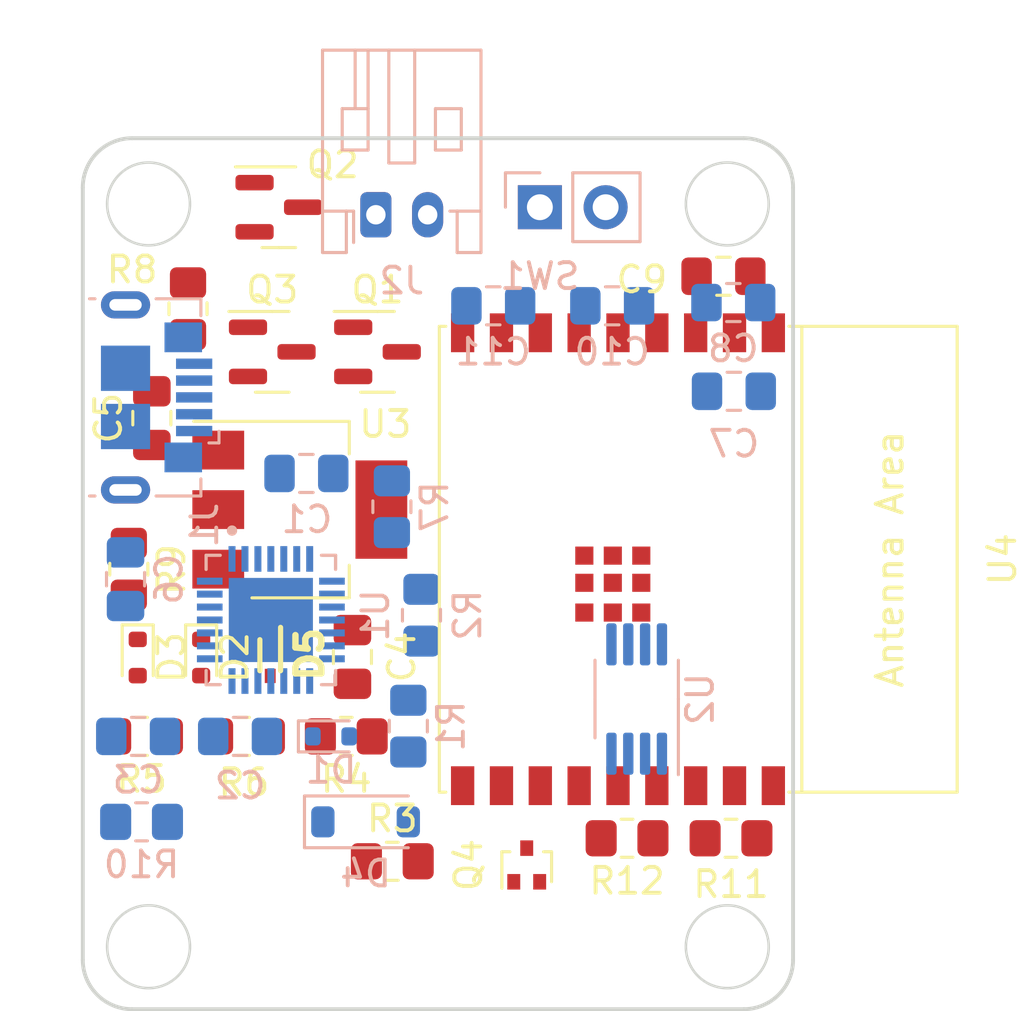
<source format=kicad_pcb>
(kicad_pcb (version 20221018) (generator pcbnew)
  (layers (0 "F.Cu" signal) (31 "B.Cu" signal) (34 "B.Paste" user) (35 "F.Paste" user) (36 "B.SilkS" user "B.Silkscreen") (37 "F.SilkS" user "F.Silkscreen") (38 "B.Mask" user) (39 "F.Mask" user) (44 "Edge.Cuts" user))
  (net 0 "")
  (net 1 "Net-(D1-A)")
  (net 2 "GND")
  (net 3 "Net-(U1-GPIO.1{slash}RXT)")
  (net 4 "Net-(U1-GPIO.0{slash}TXT)")
  (net 5 "VReg_In")
  (net 6 "Net-(U1-VDD)")
  (net 7 "+3V3")
  (net 8 "Net-(Q3-C)")
  (net 9 "Net-(D2-A)")
  (net 10 "Net-(D3-A)")
  (net 11 "+5V")
  (net 14 "VBatt")
  (net 15 "TempIC_Power")
  (net 16 "Net-(Q1-S)")
  (net 17 "Net-(Q2-B)")
  (net 18 "Net-(Q2-E)")
  (net 19 "Net-(Q2-C)")
  (net 20 "Net-(Q3-B)")
  (net 21 "Net-(Q3-E)")
  (net 22 "Net-(U1-~{RST})")
  (net 23 "Net-(U4-GPIO18{slash}USB_D-)")
  (net 24 "Net-(U4-GPIO19{slash}USB_D+)")
  (net 25 "Net-(U1-~{SUSPEND})")
  (net 26 "Net-(U4-GPIO8)")
  (net 45 "SDA")
  (net 46 "SCL")
  (footprint "Package_TO_SOT_SMD:SOT-23" (layer "F.Cu") (at 173.5605 65.405)
    (fp_text reference "Q3" (at 0 -2.4) (layer "F.SilkS"))
    (fp_text value "BC818")
    (fp_line (start 0 -1.56) (end -1.675 -1.56) (stroke (width 0.12)) (layer "F.SilkS"))
    (fp_line (start 0 -1.56) (end 0.65 -1.56) (stroke (width 0.12)) (layer "F.SilkS"))
    (fp_line (start 0 1.56) (end -0.65 1.56) (stroke (width 0.12)) (layer "F.SilkS"))
    (fp_line (start 0 1.56) (end 0.65 1.56) (stroke (width 0.12)) (layer "F.SilkS"))
    (pad "1" smd roundrect (at -0.9375 -0.95) (size 1.475 0.6) (layers "F.Cu" "F.Paste" "F.Mask") (net 20 "Net-(Q3-B)"))
    (pad "2" smd roundrect (at -0.9375 0.95) (size 1.475 0.6) (layers "F.Cu" "F.Paste" "F.Mask") (net 21 "Net-(Q3-E)"))
    (pad "3" smd roundrect (at 0.9375 0) (size 1.475 0.6) (layers "F.Cu" "F.Paste" "F.Mask") (net 8 "Net-(Q3-C)"))
  )
  (footprint "Resistor_SMD:R_0805_2012Metric_Pad1.20x1.40mm_HandSolder" (layer "F.Cu") (at 168.513 80.264 180)
    (fp_text reference "R5" (at 0 -1.65) (layer "F.SilkS"))
    (fp_text value "0")
    (fp_line (start -0.227064 -0.735) (end 0.227064 -0.735) (stroke (width 0.12)) (layer "F.SilkS"))
    (fp_line (start -0.227064 0.735) (end 0.227064 0.735) (stroke (width 0.12)) (layer "F.SilkS"))
    (pad "1" smd roundrect (at -1 0 180) (size 1.2 1.4) (layers "F.Cu" "F.Paste" "F.Mask") (roundrect_rratio 0.208333) (net 9 "Net-(D2-A)"))
    (pad "2" smd roundrect (at 1 0 180) (size 1.2 1.4) (layers "F.Cu" "F.Paste" "F.Mask") (roundrect_rratio 0.208333) (net 4 "Net-(U1-GPIO.0{slash}TXT)"))
  )
  (footprint "Resistor_SMD:R_0805_2012Metric_Pad1.20x1.40mm_HandSolder" (layer "F.Cu") (at 170.307 63.738 -90)
    (fp_text reference "R8" (at -1.508 2.159 -180) (layer "F.SilkS"))
    (fp_text value "10k")
    (fp_line (start -0.227064 -0.735) (end 0.227064 -0.735) (stroke (width 0.12)) (layer "F.SilkS"))
    (fp_line (start -0.227064 0.735) (end 0.227064 0.735) (stroke (width 0.12)) (layer "F.SilkS"))
    (pad "1" smd roundrect (at -1 0 270) (size 1.2 1.4) (layers "F.Cu" "F.Paste" "F.Mask") (roundrect_rratio 0.208333) (net 17 "Net-(Q2-B)"))
    (pad "2" smd roundrect (at 1 0 270) (size 1.2 1.4) (layers "F.Cu" "F.Paste" "F.Mask") (roundrect_rratio 0.208333) (net 21 "Net-(Q3-E)"))
  )
  (footprint "Capacitor_SMD:C_0805_2012Metric_Pad1.18x1.45mm_HandSolder" (layer "F.Cu") (at 190.9865 62.484 180)
    (fp_text reference "C9" (at 3.1535 -0.127) (layer "F.SilkS"))
    (fp_text value "1 uF")
    (fp_line (start -0.261252 -0.735) (end 0.261252 -0.735) (stroke (width 0.12)) (layer "F.SilkS"))
    (fp_line (start -0.261252 0.735) (end 0.261252 0.735) (stroke (width 0.12)) (layer "F.SilkS"))
    (pad "1" smd roundrect (at -1.0375 0 180) (size 1.175 1.45) (layers "F.Cu" "F.Paste" "F.Mask") (roundrect_rratio 0.212766) (net 8 "Net-(Q3-C)"))
    (pad "2" smd roundrect (at 1.0375 0 180) (size 1.175 1.45) (layers "F.Cu" "F.Paste" "F.Mask") (roundrect_rratio 0.212766) (net 2 "GND"))
  )
  (footprint "Resistor_SMD:R_0805_2012Metric_Pad1.20x1.40mm_HandSolder" (layer "F.Cu") (at 187.263 84.201 180)
    (fp_text reference "R12" (at 0 -1.65) (layer "F.SilkS"))
    (fp_text value "10k")
    (fp_line (start -0.227064 -0.735) (end 0.227064 -0.735) (stroke (width 0.12)) (layer "F.SilkS"))
    (fp_line (start -0.227064 0.735) (end 0.227064 0.735) (stroke (width 0.12)) (layer "F.SilkS"))
    (pad "1" smd roundrect (at -1 0 180) (size 1.2 1.4) (layers "F.Cu" "F.Paste" "F.Mask") (roundrect_rratio 0.208333) (net 26 "Net-(U4-GPIO8)"))
    (pad "2" smd roundrect (at 1 0 180) (size 1.2 1.4) (layers "F.Cu" "F.Paste" "F.Mask") (roundrect_rratio 0.208333) (net 7 "+3V3"))
  )
  (footprint "Package_TO_SOT_SMD:SOT-416" (layer "F.Cu") (at 183.388 85.232 90)
    (fp_text reference "Q4" (at 0 -2.25 90) (layer "F.SilkS"))
    (fp_text value "NTA4151PT1G")
    (fp_line (start 0.51 -0.96) (end -0.9 -0.96) (stroke (width 0.12)) (layer "F.SilkS"))
    (fp_line (start 0.51 -0.96) (end 0.51 -0.65) (stroke (width 0.12)) (layer "F.SilkS"))
    (fp_line (start 0.51 0.96) (end -0.65 0.96) (stroke (width 0.12)) (layer "F.SilkS"))
    (fp_line (start 0.51 0.96) (end 0.51 0.65) (stroke (width 0.12)) (layer "F.SilkS"))
    (pad "1" smd rect (at -0.65 -0.5 90) (size 0.6 0.5) (layers "F.Cu" "F.Paste" "F.Mask") (net 11 "+5V"))
    (pad "2" smd rect (at -0.65 0.5 90) (size 0.6 0.5) (layers "F.Cu" "F.Paste" "F.Mask") (net 5 "VReg_In"))
    (pad "3" smd rect (at 0.65 0 90) (size 0.6 0.5) (layers "F.Cu" "F.Paste" "F.Mask") (net 14 "VBatt"))
  )
  (footprint "Resistor_SMD:R_0805_2012Metric_Pad1.20x1.40mm_HandSolder" (layer "F.Cu") (at 176.419 80.264 180)
    (fp_text reference "R4" (at 0 -1.65) (layer "F.SilkS"))
    (fp_text value "0")
    (fp_line (start -0.227064 -0.735) (end 0.227064 -0.735) (stroke (width 0.12)) (layer "F.SilkS"))
    (fp_line (start -0.227064 0.735) (end 0.227064 0.735) (stroke (width 0.12)) (layer "F.SilkS"))
    (pad "1" smd roundrect (at -1 0 180) (size 1.2 1.4) (layers "F.Cu" "F.Paste" "F.Mask") (roundrect_rratio 0.208333) (net 10 "Net-(D3-A)"))
    (pad "2" smd roundrect (at 1 0 180) (size 1.2 1.4) (layers "F.Cu" "F.Paste" "F.Mask") (roundrect_rratio 0.208333) (net 3 "Net-(U1-GPIO.1{slash}RXT)"))
  )
  (footprint "Resistor_SMD:R_0805_2012Metric_Pad1.20x1.40mm_HandSolder" (layer "F.Cu") (at 191.278 84.201)
    (fp_text reference "R11" (at 0 1.778) (layer "F.SilkS"))
    (fp_text value "10k")
    (fp_line (start -0.227064 -0.735) (end 0.227064 -0.735) (stroke (width 0.12)) (layer "F.SilkS"))
    (fp_line (start -0.227064 0.735) (end 0.227064 0.735) (stroke (width 0.12)) (layer "F.SilkS"))
    (pad "1" smd roundrect (at -1 0) (size 1.2 1.4) (layers "F.Cu" "F.Paste" "F.Mask") (roundrect_rratio 0.208333) (net 7 "+3V3"))
    (pad "2" smd roundrect (at 1 0) (size 1.2 1.4) (layers "F.Cu" "F.Paste" "F.Mask") (roundrect_rratio 0.208333) (net 8 "Net-(Q3-C)"))
  )
  (footprint "Resistor_SMD:R_0805_2012Metric_Pad1.20x1.40mm_HandSolder" (layer "F.Cu") (at 168.021 73.803 90)
    (fp_text reference "R9" (at -0.016 1.651 90) (layer "F.SilkS"))
    (fp_text value "10k")
    (fp_line (start -0.227064 -0.735) (end 0.227064 -0.735) (stroke (width 0.12)) (layer "F.SilkS"))
    (fp_line (start -0.227064 0.735) (end 0.227064 0.735) (stroke (width 0.12)) (layer "F.SilkS"))
    (pad "1" smd roundrect (at -1 0 90) (size 1.2 1.4) (layers "F.Cu" "F.Paste" "F.Mask") (roundrect_rratio 0.208333) (net 18 "Net-(Q2-E)"))
    (pad "2" smd roundrect (at 1 0 90) (size 1.2 1.4) (layers "F.Cu" "F.Paste" "F.Mask") (roundrect_rratio 0.208333) (net 20 "Net-(Q3-B)"))
  )
  (footprint "Package_TO_SOT_SMD:SOT-23" (layer "F.Cu") (at 177.6245 65.405)
    (fp_text reference "Q1" (at 0 -2.4) (layer "F.SilkS"))
    (fp_text value "BS170F")
    (fp_line (start 0 -1.56) (end -1.675 -1.56) (stroke (width 0.12)) (layer "F.SilkS"))
    (fp_line (start 0 -1.56) (end 0.65 -1.56) (stroke (width 0.12)) (layer "F.SilkS"))
    (fp_line (start 0 1.56) (end -0.65 1.56) (stroke (width 0.12)) (layer "F.SilkS"))
    (fp_line (start 0 1.56) (end 0.65 1.56) (stroke (width 0.12)) (layer "F.SilkS"))
    (pad "1" smd roundrect (at -0.9375 -0.95) (size 1.475 0.6) (layers "F.Cu" "F.Paste" "F.Mask") (net 15 "TempIC_Power"))
    (pad "2" smd roundrect (at -0.9375 0.95) (size 1.475 0.6) (layers "F.Cu" "F.Paste" "F.Mask") (net 16 "Net-(Q1-S)"))
    (pad "3" smd roundrect (at 0.9375 0) (size 1.475 0.6) (layers "F.Cu" "F.Paste" "F.Mask") (net 7 "+3V3"))
  )
  (footprint "Diode_SMD:D_SOD-523" (layer "F.Cu") (at 170.815 77.216 -90)
    (fp_text reference "D2" (at 0 -1.3 90) (layer "F.SilkS"))
    (fp_text value "1N914WT")
    (fp_line (start -1.26 -0.6) (end -1.26 0.6) (stroke (width 0.12)) (layer "F.SilkS"))
    (fp_line (start 0.7 -0.6) (end -1.26 -0.6) (stroke (width 0.12)) (layer "F.SilkS"))
    (fp_line (start 0.7 0.6) (end -1.26 0.6) (stroke (width 0.12)) (layer "F.SilkS"))
    (pad "1" smd roundrect (at -0.7 0 90) (size 0.6 0.7) (layers "F.Cu" "F.Paste" "F.Mask") (net 2 "GND"))
    (pad "2" smd roundrect (at 0.7 0 90) (size 0.6 0.7) (layers "F.Cu" "F.Paste" "F.Mask") (net 9 "Net-(D2-A)"))
  )
  (footprint "Resistor_SMD:R_0805_2012Metric_Pad1.20x1.40mm_HandSolder" (layer "F.Cu") (at 172.45 80.264)
    (fp_text reference "R6" (at 0.016 1.778) (layer "F.SilkS"))
    (fp_text value "0")
    (fp_line (start -0.227064 -0.735) (end 0.227064 -0.735) (stroke (width 0.12)) (layer "F.SilkS"))
    (fp_line (start -0.227064 0.735) (end 0.227064 0.735) (stroke (width 0.12)) (layer "F.SilkS"))
    (pad "1" smd roundrect (at -1 0) (size 1.2 1.4) (layers "F.Cu" "F.Paste" "F.Mask") (roundrect_rratio 0.208333) (net 9 "Net-(D2-A)"))
    (pad "2" smd roundrect (at 1 0) (size 1.2 1.4) (layers "F.Cu" "F.Paste" "F.Mask") (roundrect_rratio 0.208333) (net 24 "Net-(U4-GPIO19{slash}USB_D+)"))
  )
  (footprint "Capacitor_SMD:C_0805_2012Metric_Pad1.18x1.45mm_HandSolder" (layer "F.Cu") (at 176.657 77.1945 90)
    (fp_text reference "C4" (at 0 1.905 90) (layer "F.SilkS"))
    (fp_text value "10 uF")
    (fp_line (start -0.261252 -0.735) (end 0.261252 -0.735) (stroke (width 0.12)) (layer "F.SilkS"))
    (fp_line (start -0.261252 0.735) (end 0.261252 0.735) (stroke (width 0.12)) (layer "F.SilkS"))
    (pad "1" smd roundrect (at -1.0375 0 90) (size 1.175 1.45) (layers "F.Cu" "F.Paste" "F.Mask") (roundrect_rratio 0.212766) (net 5 "VReg_In"))
    (pad "2" smd roundrect (at 1.0375 0 90) (size 1.175 1.45) (layers "F.Cu" "F.Paste" "F.Mask") (roundrect_rratio 0.212766) (net 2 "GND"))
  )
  (footprint "Capacitor_SMD:C_0805_2012Metric_Pad1.18x1.45mm_HandSolder" (layer "F.Cu") (at 168.91 67.9665 90)
    (fp_text reference "C5" (at 0 -1.68 90) (layer "F.SilkS"))
    (fp_text value "0.1 uF")
    (fp_line (start -0.261252 -0.735) (end 0.261252 -0.735) (stroke (width 0.12)) (layer "F.SilkS"))
    (fp_line (start -0.261252 0.735) (end 0.261252 0.735) (stroke (width 0.12)) (layer "F.SilkS"))
    (pad "1" smd roundrect (at -1.0375 0 90) (size 1.175 1.45) (layers "F.Cu" "F.Paste" "F.Mask") (roundrect_rratio 0.212766) (net 5 "VReg_In"))
    (pad "2" smd roundrect (at 1.0375 0 90) (size 1.175 1.45) (layers "F.Cu" "F.Paste" "F.Mask") (roundrect_rratio 0.212766) (net 2 "GND"))
  )
  (footprint "espressif kicad-libraries main footprints-Espressif:ESP32-C3-WROOM-02" (layer "F.Cu") (at 187.013 73.419 -90)
    (fp_text reference "U4" (at 0 -14.75 90) (layer "F.SilkS"))
    (fp_text value "ESP32-C3-WROOM-02")
    (fp_text user "Antenna Area" (at 0 -10.4 90) (layer "F.SilkS"))
    (fp_line (start -9 -13) (end -9 -6.5) (stroke (width 0.12)) (layer "F.SilkS"))
    (fp_line (start -9 -13) (end 9 -13) (stroke (width 0.12)) (layer "F.SilkS"))
    (fp_line (start -9 7) (end -9 6.75) (stroke (width 0.12)) (layer "F.SilkS"))
    (fp_line (start 9 -13) (end 9 -6.5) (stroke (width 0.12)) (layer "F.SilkS"))
    (fp_line (start 9 -7) (end -8.95 -7) (stroke (width 0.12)) (layer "F.SilkS"))
    (fp_line (start 9 6.75) (end 9 7) (stroke (width 0.12)) (layer "F.SilkS"))
    (fp_line (start 9 7) (end -9 7) (stroke (width 0.12)) (layer "F.SilkS"))
    (pad "1" smd rect (at -8.75 -5.9 270) (size 1.5 0.9) (layers "F.Cu" "F.Paste" "F.Mask") (net 7 "+3V3"))
    (pad "2" smd rect (at -8.75 -4.4 270) (size 1.5 0.9) (layers "F.Cu" "F.Paste" "F.Mask") (net 8 "Net-(Q3-C)"))
    (pad "3" smd rect (at -8.75 -2.9 270) (size 1.5 0.9) (layers "F.Cu" "F.Paste" "F.Mask") (net 15 "TempIC_Power"))
    (pad "4" smd rect (at -8.75 -1.4 270) (size 1.5 0.9) (layers "F.Cu" "F.Paste" "F.Mask"))
    (pad "5" smd rect (at -8.75 0.1 270) (size 1.5 0.9) (layers "F.Cu" "F.Paste" "F.Mask"))
    (pad "6" smd rect (at -8.75 1.6 270) (size 1.5 0.9) (layers "F.Cu" "F.Paste" "F.Mask"))
    (pad "7" smd rect (at -8.75 3.1 270) (size 1.5 0.9) (layers "F.Cu" "F.Paste" "F.Mask") (net 26 "Net-(U4-GPIO8)"))
    (pad "8" smd rect (at -8.75 4.6 270) (size 1.5 0.9) (layers "F.Cu" "F.Paste" "F.Mask") (net 19 "Net-(Q2-C)"))
    (pad "9" smd rect (at -8.75 6.1 270) (size 1.5 0.9) (layers "F.Cu" "F.Paste" "F.Mask") (net 2 "GND"))
    (pad "10" smd rect (at 8.75 6.1 90) (size 1.5 0.9) (layers "F.Cu" "F.Paste" "F.Mask"))
    (pad "11" smd rect (at 8.75 4.6 90) (size 1.5 0.9) (layers "F.Cu" "F.Paste" "F.Mask"))
    (pad "12" smd rect (at 8.75 3.1 90) (size 1.5 0.9) (layers "F.Cu" "F.Paste" "F.Mask"))
    (pad "13" smd rect (at 8.75 1.6 90) (size 1.5 0.9) (layers "F.Cu" "F.Paste" "F.Mask") (net 23 "Net-(U4-GPIO18{slash}USB_D-)"))
    (pad "14" smd rect (at 8.75 0.1 90) (size 1.5 0.9) (layers "F.Cu" "F.Paste" "F.Mask") (net 24 "Net-(U4-GPIO19{slash}USB_D+)"))
    (pad "15" smd rect (at 8.75 -1.4 90) (size 1.5 0.9) (layers "F.Cu" "F.Paste" "F.Mask") (net 46 "SCL"))
    (pad "16" smd rect (at 8.75 -2.9 90) (size 1.5 0.9) (layers "F.Cu" "F.Paste" "F.Mask") (net 45 "SDA"))
    (pad "17" smd rect (at 8.75 -4.4 90) (size 1.5 0.9) (layers "F.Cu" "F.Paste" "F.Mask"))
    (pad "18" smd rect (at 8.75 -5.9 90) (size 1.5 0.9) (layers "F.Cu" "F.Paste" "F.Mask"))
    (pad "19" smd rect (at -0.14 -0.8 90) (size 0.7 0.7) (layers "F.Cu" "F.Paste" "F.Mask") (net 2 "GND"))
    (pad "19" smd rect (at -0.14 0.3 90) (size 0.7 0.7) (layers "F.Cu" "F.Paste" "F.Mask") (net 2 "GND"))
    (pad "19" smd rect (at -0.14 1.4 90) (size 0.7 0.7) (layers "F.Cu" "F.Paste" "F.Mask") (net 2 "GND"))
    (pad "19" smd rect (at 0.91 -0.8 90) (size 0.7 0.7) (layers "F.Cu" "F.Paste" "F.Mask") (net 2 "GND"))
    (pad "19" smd rect (at 0.91 0.3 90) (size 0.7 0.7) (layers "F.Cu" "F.Paste" "F.Mask") (net 2 "GND"))
    (pad "19" smd rect (at 0.91 1.4 90) (size 0.7 0.7) (layers "F.Cu" "F.Paste" "F.Mask") (net 2 "GND"))
    (pad "19" smd rect (at 2.06 -0.8 90) (size 0.7 0.7) (layers "F.Cu" "F.Paste" "F.Mask") (net 2 "GND"))
    (pad "19" smd rect (at 2.06 0.3 90) (size 0.7 0.7) (layers "F.Cu" "F.Paste" "F.Mask") (net 2 "GND"))
    (pad "19" smd rect (at 2.06 1.4 90) (size 0.7 0.7) (layers "F.Cu" "F.Paste" "F.Mask") (net 2 "GND"))
  )
  (footprint "KiCad:SODFL1608X59N" (layer "F.Cu") (at 173.482 77.127 -90)
    (fp_text reference "D5" (at -0.038 -1.524 90) (layer "F.SilkS") (effects (font (thickness 0.254))))
    (fp_text value "BAS_52-02V_H6327" hide)
    (fp_line (start -1.075 -0.4) (end 0.6 -0.4) (stroke (width 0.2)) (layer "F.SilkS"))
    (fp_line (start -0.6 0.4) (end 0.6 0.4) (stroke (width 0.2)) (layer "F.SilkS"))
    (pad "1" smd rect (at -0.8 0) (size 0.42 0.55) (layers "F.Cu" "F.Paste" "F.Mask") (net 5 "VReg_In"))
    (pad "2" smd rect (at 0.8 0) (size 0.42 0.55) (layers "F.Cu" "F.Paste" "F.Mask") (net 11 "+5V"))
  )
  (footprint "Diode_SMD:D_SOD-523" (layer "F.Cu") (at 168.365 77.216 -90)
    (fp_text reference "D3" (at 0 -1.3 90) (layer "F.SilkS"))
    (fp_text value "1N914WT")
    (fp_line (start -1.26 -0.6) (end -1.26 0.6) (stroke (width 0.12)) (layer "F.SilkS"))
    (fp_line (start 0.7 -0.6) (end -1.26 -0.6) (stroke (width 0.12)) (layer "F.SilkS"))
    (fp_line (start 0.7 0.6) (end -1.26 0.6) (stroke (width 0.12)) (layer "F.SilkS"))
    (pad "1" smd roundrect (at -0.7 0 90) (size 0.6 0.7) (layers "F.Cu" "F.Paste" "F.Mask") (net 2 "GND"))
    (pad "2" smd roundrect (at 0.7 0 90) (size 0.6 0.7) (layers "F.Cu" "F.Paste" "F.Mask") (net 10 "Net-(D3-A)"))
  )
  (footprint "Package_TO_SOT_SMD:SOT-223-3_TabPin2" (layer "F.Cu") (at 174.625 71.501)
    (fp_text reference "U3" (at 3.302 -3.302) (layer "F.SilkS"))
    (fp_text value "LD1117S33TR_SOT223")
    (fp_line (start -4.1 -3.41) (end 1.91 -3.41) (stroke (width 0.12)) (layer "F.SilkS"))
    (fp_line (start -1.85 3.41) (end 1.91 3.41) (stroke (width 0.12)) (layer "F.SilkS"))
    (fp_line (start 1.91 -3.41) (end 1.91 -2.15) (stroke (width 0.12)) (layer "F.SilkS"))
    (fp_line (start 1.91 3.41) (end 1.91 2.15) (stroke (width 0.12)) (layer "F.SilkS"))
    (pad "1" smd rect (at -3.15 -2.3) (size 2 1.5) (layers "F.Cu" "F.Paste" "F.Mask") (net 2 "GND"))
    (pad "2" smd rect (at -3.15 0) (size 2 1.5) (layers "F.Cu" "F.Paste" "F.Mask") (net 7 "+3V3"))
    (pad "2" smd rect (at 3.15 0) (size 2 3.8) (layers "F.Cu" "F.Paste" "F.Mask") (net 7 "+3V3"))
    (pad "3" smd rect (at -3.15 2.3) (size 2 1.5) (layers "F.Cu" "F.Paste" "F.Mask") (net 5 "VReg_In"))
  )
  (footprint "Package_TO_SOT_SMD:SOT-23" (layer "F.Cu") (at 173.8145 59.817)
    (fp_text reference "Q2" (at 2.0805 -1.651) (layer "F.SilkS"))
    (fp_text value "BC818")
    (fp_line (start 0 -1.56) (end -1.675 -1.56) (stroke (width 0.12)) (layer "F.SilkS"))
    (fp_line (start 0 -1.56) (end 0.65 -1.56) (stroke (width 0.12)) (layer "F.SilkS"))
    (fp_line (start 0 1.56) (end -0.65 1.56) (stroke (width 0.12)) (layer "F.SilkS"))
    (fp_line (start 0 1.56) (end 0.65 1.56) (stroke (width 0.12)) (layer "F.SilkS"))
    (pad "1" smd roundrect (at -0.9375 -0.95) (size 1.475 0.6) (layers "F.Cu" "F.Paste" "F.Mask") (net 17 "Net-(Q2-B)"))
    (pad "2" smd roundrect (at -0.9375 0.95) (size 1.475 0.6) (layers "F.Cu" "F.Paste" "F.Mask") (net 18 "Net-(Q2-E)"))
    (pad "3" smd roundrect (at 0.9375 0) (size 1.475 0.6) (layers "F.Cu" "F.Paste" "F.Mask") (net 19 "Net-(Q2-C)"))
  )
  (footprint "Resistor_SMD:R_0805_2012Metric_Pad1.20x1.40mm_HandSolder" (layer "F.Cu") (at 178.197 85.09)
    (fp_text reference "R3" (at 0 -1.65) (layer "F.SilkS"))
    (fp_text value "0")
    (fp_line (start -0.227064 -0.735) (end 0.227064 -0.735) (stroke (width 0.12)) (layer "F.SilkS"))
    (fp_line (start -0.227064 0.735) (end 0.227064 0.735) (stroke (width 0.12)) (layer "F.SilkS"))
    (pad "1" smd roundrect (at -1 0) (size 1.2 1.4) (layers "F.Cu" "F.Paste" "F.Mask") (roundrect_rratio 0.208333) (net 10 "Net-(D3-A)"))
    (pad "2" smd roundrect (at 1 0) (size 1.2 1.4) (layers "F.Cu" "F.Paste" "F.Mask") (roundrect_rratio 0.208333) (net 23 "Net-(U4-GPIO18{slash}USB_D-)"))
  )
  (footprint "Resistor_SMD:R_0805_2012Metric_Pad1.20x1.40mm_HandSolder" (layer "B.Cu") (at 168.513 83.566)
    (fp_text reference "R10" (at 0 1.65) (layer "B.SilkS") (effects (justify mirror)))
    (fp_text value "5.1k")
    (fp_line (start -0.227064 -0.735) (end 0.227064 -0.735) (stroke (width 0.12)) (layer "B.SilkS"))
    (fp_line (start -0.227064 0.735) (end 0.227064 0.735) (stroke (width 0.12)) (layer "B.SilkS"))
    (pad "1" smd roundrect (at -1 0) (size 1.2 1.4) (layers "B.Cu" "B.Paste" "B.Mask") (roundrect_rratio 0.208333) (net 2 "GND"))
    (pad "2" smd roundrect (at 1 0) (size 1.2 1.4) (layers "B.Cu" "B.Paste" "B.Mask") (roundrect_rratio 0.208333) (net 11 "+5V"))
  )
  (footprint "Resistor_SMD:R_0805_2012Metric_Pad1.20x1.40mm_HandSolder" (layer "B.Cu") (at 178.181 71.39 90)
    (fp_text reference "R7" (at 0 1.65 90) (layer "B.SilkS") (effects (justify mirror)))
    (fp_text value "10k")
    (fp_line (start -0.227064 -0.735) (end 0.227064 -0.735) (stroke (width 0.12)) (layer "B.SilkS"))
    (fp_line (start -0.227064 0.735) (end 0.227064 0.735) (stroke (width 0.12)) (layer "B.SilkS"))
    (pad "1" smd roundrect (at -1 0 90) (size 1.2 1.4) (layers "B.Cu" "B.Paste" "B.Mask") (roundrect_rratio 0.208333) (net 25 "Net-(U1-~{SUSPEND})"))
    (pad "2" smd roundrect (at 1 0 90) (size 1.2 1.4) (layers "B.Cu" "B.Paste" "B.Mask") (roundrect_rratio 0.208333) (net 2 "GND"))
  )
  (footprint "Capacitor_SMD:C_0805_2012Metric_Pad1.18x1.45mm_HandSolder" (layer "B.Cu") (at 191.3675 63.5 180)
    (fp_text reference "C8" (at 0 -1.778) (layer "B.SilkS") (effects (justify mirror)))
    (fp_text value "0.1 uF")
    (fp_line (start -0.261252 -0.735) (end 0.261252 -0.735) (stroke (width 0.12)) (layer "B.SilkS"))
    (fp_line (start -0.261252 0.735) (end 0.261252 0.735) (stroke (width 0.12)) (layer "B.SilkS"))
    (pad "1" smd roundrect (at -1.0375 0 180) (size 1.175 1.45) (layers "B.Cu" "B.Paste" "B.Mask") (roundrect_rratio 0.212766) (net 7 "+3V3"))
    (pad "2" smd roundrect (at 1.0375 0 180) (size 1.175 1.45) (layers "B.Cu" "B.Paste" "B.Mask") (roundrect_rratio 0.212766) (net 2 "GND"))
  )
  (footprint "Resistor_SMD:R_0805_2012Metric_Pad1.20x1.40mm_HandSolder" (layer "B.Cu") (at 178.816 79.867 90)
    (fp_text reference "R1" (at 0 1.65 90) (layer "B.SilkS") (effects (justify mirror)))
    (fp_text value "47.5k")
    (fp_line (start -0.227064 -0.735) (end 0.227064 -0.735) (stroke (width 0.12)) (layer "B.SilkS"))
    (fp_line (start -0.227064 0.735) (end 0.227064 0.735) (stroke (width 0.12)) (layer "B.SilkS"))
    (pad "1" smd roundrect (at -1 0 90) (size 1.2 1.4) (layers "B.Cu" "B.Paste" "B.Mask") (roundrect_rratio 0.208333) (net 1 "Net-(D1-A)"))
    (pad "2" smd roundrect (at 1 0 90) (size 1.2 1.4) (layers "B.Cu" "B.Paste" "B.Mask") (roundrect_rratio 0.208333) (net 2 "GND"))
  )
  (footprint "Capacitor_SMD:C_0805_2012Metric_Pad1.18x1.45mm_HandSolder" (layer "B.Cu") (at 186.69 63.627 180)
    (fp_text reference "C10" (at 0 -1.778 -360) (layer "B.SilkS") (effects (justify mirror)))
    (fp_text value "10 uF")
    (fp_line (start -0.261252 -0.735) (end 0.261252 -0.735) (stroke (width 0.12)) (layer "B.SilkS"))
    (fp_line (start -0.261252 0.735) (end 0.261252 0.735) (stroke (width 0.12)) (layer "B.SilkS"))
    (pad "1" smd roundrect (at -1.0375 0 180) (size 1.175 1.45) (layers "B.Cu" "B.Paste" "B.Mask") (roundrect_rratio 0.212766) (net 2 "GND"))
    (pad "2" smd roundrect (at 1.0375 0 180) (size 1.175 1.45) (layers "B.Cu" "B.Paste" "B.Mask") (roundrect_rratio 0.212766) (net 7 "+3V3"))
  )
  (footprint "Connector_JST:JST_PH_S2B-PH-K_1x02_P2.00mm_Horizontal" (layer "B.Cu") (at 177.562 60.108)
    (fp_text reference "J2" (at 1 2.55) (layer "B.SilkS") (effects (justify mirror)))
    (fp_text value "Battery_Connector")
    (fp_line (start -2.06 -6.36) (end 4.06 -6.36) (stroke (width 0.12)) (layer "B.SilkS"))
    (fp_line (start -2.06 -0.14) (end -1.14 -0.14) (stroke (width 0.12)) (layer "B.SilkS"))
    (fp_line (start -2.06 1.46) (end -2.06 -6.36) (stroke (width 0.12)) (layer "B.SilkS"))
    (fp_line (start -1.3 -4.1) (end -0.3 -4.1) (stroke (width 0.12)) (layer "B.SilkS"))
    (fp_line (start -1.3 -2.5) (end -1.3 -4.1) (stroke (width 0.12)) (layer "B.SilkS"))
    (fp_line (start -1.14 -0.14) (end -1.14 1.46) (stroke (width 0.12)) (layer "B.SilkS"))
    (fp_line (start -1.14 1.46) (end -2.06 1.46) (stroke (width 0.12)) (layer "B.SilkS"))
    (fp_line (start -0.86 -0.14) (end -1.14 -0.14) (stroke (width 0.12)) (layer "B.SilkS"))
    (fp_line (start -0.86 -0.14) (end -0.86 1.075) (stroke (width 0.12)) (layer "B.SilkS"))
    (fp_line (start -0.8 -4.1) (end -0.8 -6.36) (stroke (width 0.12)) (layer "B.SilkS"))
    (fp_line (start -0.3 -4.1) (end -0.3 -6.36) (stroke (width 0.12)) (layer "B.SilkS"))
    (fp_line (start -0.3 -4.1) (end -0.3 -2.5) (stroke (width 0.12)) (layer "B.SilkS"))
    (fp_line (start -0.3 -2.5) (end -1.3 -2.5) (stroke (width 0.12)) (layer "B.SilkS"))
    (fp_line (start 0.5 -6.36) (end 0.5 -2) (stroke (width 0.12)) (layer "B.SilkS"))
    (fp_line (start 0.5 -2) (end 1.5 -2) (stroke (width 0.12)) (layer "B.SilkS"))
    (fp_line (start 1.5 -2) (end 1.5 -6.36) (stroke (width 0.12)) (layer "B.SilkS"))
    (fp_line (start 2.3 -4.1) (end 2.3 -2.5) (stroke (width 0.12)) (layer "B.SilkS"))
    (fp_line (start 2.3 -2.5) (end 3.3 -2.5) (stroke (width 0.12)) (layer "B.SilkS"))
    (fp_line (start 3.14 -0.14) (end 2.86 -0.14) (stroke (width 0.12)) (layer "B.SilkS"))
    (fp_line (start 3.14 1.46) (end 3.14 -0.14) (stroke (width 0.12)) (layer "B.SilkS"))
    (fp_line (start 3.3 -4.1) (end 2.3 -4.1) (stroke (width 0.12)) (layer "B.SilkS"))
    (fp_line (start 3.3 -2.5) (end 3.3 -4.1) (stroke (width 0.12)) (layer "B.SilkS"))
    (fp_line (start 4.06 -6.36) (end 4.06 1.46) (stroke (width 0.12)) (layer "B.SilkS"))
    (fp_line (start 4.06 -0.14) (end 3.14 -0.14) (stroke (width 0.12)) (layer "B.SilkS"))
    (fp_line (start 4.06 1.46) (end 3.14 1.46) (stroke (width 0.12)) (layer "B.SilkS"))
    (pad "1" thru_hole roundrect (at 0 0) (size 1.2 1.75) (drill 0.75) (layers "*.Cu" "*.Mask") (roundrect_rratio 0.208333) (net 2 "GND"))
    (pad "2" thru_hole oval (at 2 0) (size 1.2 1.75) (drill 0.75) (layers "*.Cu" "*.Mask") (net 14 "VBatt"))
  )
  (footprint "Capacitor_SMD:C_0805_2012Metric_Pad1.18x1.45mm_HandSolder" (layer "B.Cu") (at 174.879 70.104 180)
    (fp_text reference "C1" (at -0.0215 -1.778) (layer "B.SilkS") (effects (justify mirror)))
    (fp_text value "1 uF")
    (fp_line (start -0.261252 -0.735) (end 0.261252 -0.735) (stroke (width 0.12)) (layer "B.SilkS"))
    (fp_line (start -0.261252 0.735) (end 0.261252 0.735) (stroke (width 0.12)) (layer "B.SilkS"))
    (pad "1" smd roundrect (at -1.0375 0 180) (size 1.175 1.45) (layers "B.Cu" "B.Paste" "B.Mask") (roundrect_rratio 0.212766) (net 1 "Net-(D1-A)"))
    (pad "2" smd roundrect (at 1.0375 0 180) (size 1.175 1.45) (layers "B.Cu" "B.Paste" "B.Mask") (roundrect_rratio 0.212766) (net 2 "GND"))
  )
  (footprint "Capacitor_SMD:C_0805_2012Metric_Pad1.18x1.45mm_HandSolder" (layer "B.Cu") (at 172.3175 80.264 180)
    (fp_text reference "C2" (at 0 -1.905 -360) (layer "B.SilkS") (effects (justify mirror)))
    (fp_text value "22 pF")
    (fp_line (start -0.261252 -0.735) (end 0.261252 -0.735) (stroke (width 0.12)) (layer "B.SilkS"))
    (fp_line (start -0.261252 0.735) (end 0.261252 0.735) (stroke (width 0.12)) (layer "B.SilkS"))
    (pad "1" smd roundrect (at -1.0375 0 180) (size 1.175 1.45) (layers "B.Cu" "B.Paste" "B.Mask") (roundrect_rratio 0.212766) (net 3 "Net-(U1-GPIO.1{slash}RXT)"))
    (pad "2" smd roundrect (at 1.0375 0 180) (size 1.175 1.45) (layers "B.Cu" "B.Paste" "B.Mask") (roundrect_rratio 0.212766) (net 2 "GND"))
  )
  (footprint "Resistor_SMD:R_0805_2012Metric_Pad1.20x1.40mm_HandSolder" (layer "B.Cu") (at 179.324 75.581 -90)
    (fp_text reference "R2" (at 0 -1.778 90) (layer "B.SilkS") (effects (justify mirror)))
    (fp_text value "1k")
    (fp_line (start -0.227064 -0.735) (end 0.227064 -0.735) (stroke (width 0.12)) (layer "B.SilkS"))
    (fp_line (start -0.227064 0.735) (end 0.227064 0.735) (stroke (width 0.12)) (layer "B.SilkS"))
    (pad "1" smd roundrect (at -1 0 270) (size 1.2 1.4) (layers "B.Cu" "B.Paste" "B.Mask") (roundrect_rratio 0.208333) (net 6 "Net-(U1-VDD)"))
    (pad "2" smd roundrect (at 1 0 270) (size 1.2 1.4) (layers "B.Cu" "B.Paste" "B.Mask") (roundrect_rratio 0.208333) (net 22 "Net-(U1-~{RST})"))
  )
  (footprint "CP2102N_A02_GQFN28:QFN50P500X500X80-29N" (layer "B.Cu") (at 173.506 75.766 -90)
    (fp_text reference "U1" (at -0.18 -4.04 90) (layer "B.SilkS") (effects (justify mirror)))
    (fp_text value "CP2102N-A02-GQFN28")
    (fp_line (start -2.5 -2.5) (end -2.5 -1.955) (stroke (width 0.127)) (layer "B.SilkS"))
    (fp_line (start -2.5 1.955) (end -2.5 2.5) (stroke (width 0.127)) (layer "B.SilkS"))
    (fp_line (start -2.5 2.5) (end -1.955 2.5) (stroke (width 0.127)) (layer "B.SilkS"))
    (fp_line (start -1.955 -2.5) (end -2.5 -2.5) (stroke (width 0.127)) (layer "B.SilkS"))
    (fp_line (start 1.955 2.5) (end 2.5 2.5) (stroke (width 0.127)) (layer "B.SilkS"))
    (fp_line (start 2.5 -2.5) (end 1.955 -2.5) (stroke (width 0.127)) (layer "B.SilkS"))
    (fp_line (start 2.5 -2.5) (end 2.5 -1.955) (stroke (width 0.127)) (layer "B.SilkS"))
    (fp_line (start 2.5 2.5) (end 2.5 1.955) (stroke (width 0.127)) (layer "B.SilkS"))
    (fp_circle (center -3.455 1.5) (end -3.355 1.5) (stroke (width 0.2)) (fill none) (layer "B.SilkS"))
    (pad "1" smd rect (at -2.36 1.5 270) (size 0.99 0.27) (layers "B.Cu" "B.Paste" "B.Mask"))
    (pad "2" smd rect (at -2.36 1 270) (size 0.99 0.27) (layers "B.Cu" "B.Paste" "B.Mask"))
    (pad "3" smd rect (at -2.36 0.5 270) (size 0.99 0.27) (layers "B.Cu" "B.Paste" "B.Mask") (net 2 "GND"))
    (pad "4" smd rect (at -2.36 0 270) (size 0.99 0.27) (layers "B.Cu" "B.Paste" "B.Mask"))
    (pad "5" smd rect (at -2.36 -0.5 270) (size 0.99 0.27) (layers "B.Cu" "B.Paste" "B.Mask"))
    (pad "6" smd rect (at -2.36 -1 270) (size 0.99 0.27) (layers "B.Cu" "B.Paste" "B.Mask") (net 6 "Net-(U1-VDD)"))
    (pad "7" smd rect (at -2.36 -1.5 270) (size 0.99 0.27) (layers "B.Cu" "B.Paste" "B.Mask") (net 6 "Net-(U1-VDD)"))
    (pad "8" smd rect (at -1.5 -2.36 270) (size 0.27 0.99) (layers "B.Cu" "B.Paste" "B.Mask") (net 1 "Net-(D1-A)"))
    (pad "9" smd rect (at -1 -2.36 270) (size 0.27 0.99) (layers "B.Cu" "B.Paste" "B.Mask") (net 22 "Net-(U1-~{RST})"))
    (pad "10" smd rect (at -0.5 -2.36 270) (size 0.27 0.99) (layers "B.Cu" "B.Paste" "B.Mask"))
    (pad "11" smd rect (at 0 -2.36 270) (size 0.27 0.99) (layers "B.Cu" "B.Paste" "B.Mask") (net 25 "Net-(U1-~{SUSPEND})"))
    (pad "12" smd rect (at 0.5 -2.36 270) (size 0.27 0.99) (layers "B.Cu" "B.Paste" "B.Mask"))
    (pad "13" smd rect (at 1 -2.36 270) (size 0.27 0.99) (layers "B.Cu" "B.Paste" "B.Mask"))
    (pad "14" smd rect (at 1.5 -2.36 270) (size 0.27 0.99) (layers "B.Cu" "B.Paste" "B.Mask"))
    (pad "15" smd rect (at 2.36 -1.5 270) (size 0.99 0.27) (layers "B.Cu" "B.Paste" "B.Mask"))
    (pad "16" smd rect (at 2.36 -1 270) (size 0.99 0.27) (layers "B.Cu" "B.Paste" "B.Mask"))
    (pad "17" smd rect (at 2.36 -0.5 270) (size 0.99 0.27) (layers "B.Cu" "B.Paste" "B.Mask"))
    (pad "18" smd rect (at 2.36 0 270) (size 0.99 0.27) (layers "B.Cu" "B.Paste" "B.Mask") (net 3 "Net-(U1-GPIO.1{slash}RXT)"))
    (pad "19" smd rect (at 2.36 0.5 270) (size 0.99 0.27) (layers "B.Cu" "B.Paste" "B.Mask") (net 4 "Net-(U1-GPIO.0{slash}TXT)"))
    (pad "20" smd rect (at 2.36 1 270) (size 0.99 0.27) (layers "B.Cu" "B.Paste" "B.Mask"))
    (pad "21" smd rect (at 2.36 1.5 270) (size 0.99 0.27) (layers "B.Cu" "B.Paste" "B.Mask"))
    (pad "22" smd rect (at 1.5 2.36 270) (size 0.27 0.99) (layers "B.Cu" "B.Paste" "B.Mask"))
    (pad "23" smd rect (at 1 2.36 270) (size 0.27 0.99) (layers "B.Cu" "B.Paste" "B.Mask"))
    (pad "24" smd rect (at 0.5 2.36 270) (size 0.27 0.99) (layers "B.Cu" "B.Paste" "B.Mask") (net 21 "Net-(Q3-E)"))
    (pad "25" smd rect (at 0 2.36 270) (size 0.27 0.99) (layers "B.Cu" "B.Paste" "B.Mask"))
    (pad "26" smd rect (at -0.5 2.36 270) (size 0.27 0.99) (layers "B.Cu" "B.Paste" "B.Mask"))
    (pad "27" smd rect (at -1 2.36 270) (size 0.27 0.99) (layers "B.Cu" "B.Paste" "B.Mask"))
    (pad "28" smd rect (at -1.5 2.36 270) (size 0.27 0.99) (layers "B.Cu" "B.Paste" "B.Mask") (net 18 "Net-(Q2-E)"))
    (pad "29" smd rect (at 0 0 270) (size 3.25 3.25) (layers "B.Cu" "B.Mask") (net 2 "GND"))
  )
  (footprint "Diode_SMD:D_SOD-523" (layer "B.Cu") (at 175.83 80.264)
    (fp_text reference "D1" (at 0 1.3) (layer "B.SilkS") (effects (justify mirror)))
    (fp_text value "1N914WT")
    (fp_line (start -1.26 0.6) (end -1.26 -0.6) (stroke (width 0.12)) (layer "B.SilkS"))
    (fp_line (start 0.7 -0.6) (end -1.26 -0.6) (stroke (width 0.12)) (layer "B.SilkS"))
    (fp_line (start 0.7 0.6) (end -1.26 0.6) (stroke (width 0.12)) (layer "B.SilkS"))
    (pad "1" smd roundrect (at -0.7 0 180) (size 0.6 0.7) (layers "B.Cu" "B.Paste" "B.Mask") (net 2 "GND"))
    (pad "2" smd roundrect (at 0.7 0 180) (size 0.6 0.7) (layers "B.Cu" "B.Paste" "B.Mask") (net 1 "Net-(D1-A)"))
  )
  (footprint "Capacitor_SMD:C_0805_2012Metric_Pad1.18x1.45mm_HandSolder" (layer "B.Cu") (at 167.894 74.1895 90)
    (fp_text reference "C6" (at 0 1.68 90) (layer "B.SilkS") (effects (justify mirror)))
    (fp_text value "10 uF")
    (fp_line (start -0.261252 -0.735) (end 0.261252 -0.735) (stroke (width 0.12)) (layer "B.SilkS"))
    (fp_line (start -0.261252 0.735) (end 0.261252 0.735) (stroke (width 0.12)) (layer "B.SilkS"))
    (pad "1" smd roundrect (at -1.0375 0 90) (size 1.175 1.45) (layers "B.Cu" "B.Paste" "B.Mask") (roundrect_rratio 0.212766) (net 6 "Net-(U1-VDD)"))
    (pad "2" smd roundrect (at 1.0375 0 90) (size 1.175 1.45) (layers "B.Cu" "B.Paste" "B.Mask") (roundrect_rratio 0.212766) (net 2 "GND"))
  )
  (footprint "Capacitor_SMD:C_0805_2012Metric_Pad1.18x1.45mm_HandSolder" (layer "B.Cu") (at 191.389 66.929 180)
    (fp_text reference "C7" (at 0 -2.032) (layer "B.SilkS") (effects (justify mirror)))
    (fp_text value "10 uF")
    (fp_line (start -0.261252 -0.735) (end 0.261252 -0.735) (stroke (width 0.12)) (layer "B.SilkS"))
    (fp_line (start -0.261252 0.735) (end 0.261252 0.735) (stroke (width 0.12)) (layer "B.SilkS"))
    (pad "1" smd roundrect (at -1.0375 0 180) (size 1.175 1.45) (layers "B.Cu" "B.Paste" "B.Mask") (roundrect_rratio 0.212766) (net 7 "+3V3"))
    (pad "2" smd roundrect (at 1.0375 0 180) (size 1.175 1.45) (layers "B.Cu" "B.Paste" "B.Mask") (roundrect_rratio 0.212766) (net 2 "GND"))
  )
  (footprint "Connector_PinHeader_2.54mm:PinHeader_1x02_P2.54mm_Vertical" (layer "B.Cu") (at 183.896 59.817 -90)
    (fp_text reference "SW1" (at 2.667 0 -180) (layer "B.SilkS") (effects (justify mirror)))
    (fp_text value "SW_DIP_x01")
    (fp_line (start -1.33 -3.87) (end 1.33 -3.87) (stroke (width 0.12)) (layer "B.SilkS"))
    (fp_line (start -1.33 -1.27) (end -1.33 -3.87) (stroke (width 0.12)) (layer "B.SilkS"))
    (fp_line (start -1.33 -1.27) (end 1.33 -1.27) (stroke (width 0.12)) (layer "B.SilkS"))
    (fp_line (start -1.33 0) (end -1.33 1.33) (stroke (width 0.12)) (layer "B.SilkS"))
    (fp_line (start -1.33 1.33) (end 0 1.33) (stroke (width 0.12)) (layer "B.SilkS"))
    (fp_line (start 1.33 -1.27) (end 1.33 -3.87) (stroke (width 0.12)) (layer "B.SilkS"))
    (pad "1" thru_hole rect (at 0 0 270) (size 1.7 1.7) (drill 1) (layers "*.Cu" "*.Mask") (net 6 "Net-(U1-VDD)"))
    (pad "2" thru_hole oval (at 0 -2.54 270) (size 1.7 1.7) (drill 1) (layers "*.Cu" "*.Mask") (net 7 "+3V3"))
  )
  (footprint "Capacitor_SMD:C_0805_2012Metric_Pad1.18x1.45mm_HandSolder" (layer "B.Cu") (at 182.0965 63.627 180)
    (fp_text reference "C11" (at 0 -1.778) (layer "B.SilkS") (effects (justify mirror)))
    (fp_text value "0.1 uF")
    (fp_line (start -0.261252 -0.735) (end 0.261252 -0.735) (stroke (width 0.12)) (layer "B.SilkS"))
    (fp_line (start -0.261252 0.735) (end 0.261252 0.735) (stroke (width 0.12)) (layer "B.SilkS"))
    (pad "1" smd roundrect (at -1.0375 0 180) (size 1.175 1.45) (layers "B.Cu" "B.Paste" "B.Mask") (roundrect_rratio 0.212766) (net 2 "GND"))
    (pad "2" smd roundrect (at 1.0375 0 180) (size 1.175 1.45) (layers "B.Cu" "B.Paste" "B.Mask") (roundrect_rratio 0.212766) (net 7 "+3V3"))
  )
  (footprint "Diode_SMD:D_SOD-123" (layer "B.Cu") (at 177.165 83.566)
    (fp_text reference "D4" (at 0 2) (layer "B.SilkS") (effects (justify mirror)))
    (fp_text value "MBR0540")
    (fp_line (start -2.36 -1) (end 1.65 -1) (stroke (width 0.12)) (layer "B.SilkS"))
    (fp_line (start -2.36 1) (end -2.36 -1) (stroke (width 0.12)) (layer "B.SilkS"))
    (fp_line (start -2.36 1) (end 1.65 1) (stroke (width 0.12)) (layer "B.SilkS"))
    (pad "1" smd roundrect (at -1.65 0) (size 0.9 1.2) (layers "B.Cu" "B.Paste" "B.Mask") (net 11 "+5V"))
    (pad "2" smd roundrect (at 1.65 0) (size 0.9 1.2) (layers "B.Cu" "B.Paste" "B.Mask") (net 1 "Net-(D1-A)"))
  )
  (footprint "Package_SO:MSOP-8_3x3mm_P0.65mm" (layer "B.Cu") (at 187.635 78.8205 90)
    (fp_text reference "U2" (at 0 2.45 90) (layer "B.SilkS") (effects (justify mirror)))
    (fp_text value "MCP9808_MSOP")
    (fp_line (start 0 -1.61) (end -1.5 -1.61) (stroke (width 0.12)) (layer "B.SilkS"))
    (fp_line (start 0 -1.61) (end 1.5 -1.61) (stroke (width 0.12)) (layer "B.SilkS"))
    (fp_line (start 0 1.61) (end -2.925 1.61) (stroke (width 0.12)) (layer "B.SilkS"))
    (fp_line (start 0 1.61) (end 1.5 1.61) (stroke (width 0.12)) (layer "B.SilkS"))
    (pad "1" smd roundrect (at -2.1125 0.975 90) (size 1.625 0.4) (layers "B.Cu" "B.Paste" "B.Mask") (net 45 "SDA"))
    (pad "2" smd roundrect (at -2.1125 0.325 90) (size 1.625 0.4) (layers "B.Cu" "B.Paste" "B.Mask") (net 46 "SCL"))
    (pad "3" smd roundrect (at -2.1125 -0.325 90) (size 1.625 0.4) (layers "B.Cu" "B.Paste" "B.Mask"))
    (pad "4" smd roundrect (at -2.1125 -0.975 90) (size 1.625 0.4) (layers "B.Cu" "B.Paste" "B.Mask") (net 2 "GND"))
    (pad "5" smd roundrect (at 2.1125 -0.975 90) (size 1.625 0.4) (layers "B.Cu" "B.Paste" "B.Mask") (net 2 "GND"))
    (pad "6" smd roundrect (at 2.1125 -0.325 90) (size 1.625 0.4) (layers "B.Cu" "B.Paste" "B.Mask") (net 2 "GND"))
    (pad "7" smd roundrect (at 2.1125 0.325 90) (size 1.625 0.4) (layers "B.Cu" "B.Paste" "B.Mask") (net 2 "GND"))
    (pad "8" smd roundrect (at 2.1125 0.975 90) (size 1.625 0.4) (layers "B.Cu" "B.Paste" "B.Mask") (net 16 "Net-(Q1-S)"))
  )
  (footprint "Connector_USB:USB_Micro-B_GCT_USB3076-30-A" (layer "B.Cu") (at 169.094 67.165 90)
    (fp_text reference "J1" (at -4.935 1.848 -270) (layer "B.SilkS") (effects (justify mirror)))
    (fp_text value "USB_B_Micro")
    (fp_line (start -3.81 -2.59) (end -3.81 -2.38) (stroke (width 0.12)) (layer "B.SilkS"))
    (fp_line (start -3.81 -0.02) (end -3.81 1.71) (stroke (width 0.12)) (layer "B.SilkS"))
    (fp_line (start -3.81 1.71) (end -3.15 1.71) (stroke (width 0.12)) (layer "B.SilkS"))
    (fp_line (start -1.76 2.41) (end -1.76 2.02) (stroke (width 0.12)) (layer "B.SilkS"))
    (fp_line (start -1.76 2.41) (end -1.31 2.41) (stroke (width 0.12)) (layer "B.SilkS"))
    (fp_line (start 3.81 -2.59) (end 3.81 -2.38) (stroke (width 0.12)) (layer "B.SilkS"))
    (fp_line (start 3.81 -0.02) (end 3.81 1.71) (stroke (width 0.12)) (layer "B.SilkS"))
    (fp_line (start 3.81 1.71) (end 3.16 1.71) (stroke (width 0.12)) (layer "B.SilkS"))
    (pad "1" smd rect (at -1.3 1.45 90) (size 0.4 1.4) (layers "B.Cu" "B.Paste" "B.Mask") (net 1 "Net-(D1-A)"))
    (pad "2" smd rect (at -0.65 1.45 90) (size 0.4 1.4) (layers "B.Cu" "B.Paste" "B.Mask") (net 10 "Net-(D3-A)"))
    (pad "3" smd rect (at 0 1.45 90) (size 0.4 1.4) (layers "B.Cu" "B.Paste" "B.Mask") (net 9 "Net-(D2-A)"))
    (pad "4" smd rect (at 0.65 1.45 90) (size 0.4 1.4) (layers "B.Cu" "B.Paste" "B.Mask"))
    (pad "5" smd rect (at 1.3 1.45 90) (size 0.4 1.4) (layers "B.Cu" "B.Paste" "B.Mask") (net 2 "GND"))
    (pad "6" thru_hole oval (at -3.575 -1.2 270) (size 1.05 1.9) (drill oval 0.45 1.25) (layers "*.Cu" "*.Mask"))
    (pad "6" smd rect (at -2.32 1.03 90) (size 1.15 1.45) (layers "B.Cu" "B.Paste" "B.Mask"))
    (pad "6" smd rect (at -1.125 -1.2 90) (size 1.75 1.9) (layers "B.Cu" "B.Paste" "B.Mask"))
    (pad "6" smd rect (at 1.125 -1.2 90) (size 1.75 1.9) (layers "B.Cu" "B.Paste" "B.Mask"))
    (pad "6" smd rect (at 2.32 1.03 90) (size 1.15 1.45) (layers "B.Cu" "B.Paste" "B.Mask"))
    (pad "6" thru_hole oval (at 3.575 -1.2 90) (size 1.05 1.9) (drill oval 0.45 1.25) (layers "*.Cu" "*.Mask"))
  )
  (footprint "Capacitor_SMD:C_0805_2012Metric_Pad1.18x1.45mm_HandSolder" (layer "B.Cu") (at 168.3805 80.264)
    (fp_text reference "C3" (at 0 1.68) (layer "B.SilkS") (effects (justify mirror)))
    (fp_text value "22 pF")
    (fp_line (start -0.261252 -0.735) (end 0.261252 -0.735) (stroke (width 0.12)) (layer "B.SilkS"))
    (fp_line (start -0.261252 0.735) (end 0.261252 0.735) (stroke (width 0.12)) (layer "B.SilkS"))
    (pad "1" smd roundrect (at -1.0375 0) (size 1.175 1.45) (layers "B.Cu" "B.Paste" "B.Mask") (roundrect_rratio 0.212766) (net 4 "Net-(U1-GPIO.0{slash}TXT)"))
    (pad "2" smd roundrect (at 1.0375 0) (size 1.175 1.45) (layers "B.Cu" "B.Paste" "B.Mask") (roundrect_rratio 0.212766) (net 2 "GND"))
  )
  (gr_line (start 191.77 90.805) (end 168.148 90.805) (stroke (width 0.15)) (layer "Edge.Cuts"))
  (gr_circle (center 168.783 59.69) (end 170.383 59.69) (stroke (width 0.1)) (fill none) (layer "Edge.Cuts"))
  (gr_line (start 168.148 57.15) (end 191.77 57.15) (stroke (width 0.15)) (layer "Edge.Cuts"))
  (gr_line (start 193.675 59.055) (end 193.675 88.9) (stroke (width 0.15)) (layer "Edge.Cuts"))
  (gr_arc (start 168.148 90.805) (mid 166.800962 90.247038) (end 166.243 88.9) (stroke (width 0.15)) (layer "Edge.Cuts"))
  (gr_arc (start 191.77 57.15) (mid 193.117038 57.707962) (end 193.675 59.055) (stroke (width 0.15)) (layer "Edge.Cuts"))
  (gr_circle (center 191.135 59.69) (end 192.735 59.69) (stroke (width 0.1)) (fill none) (layer "Edge.Cuts"))
  (gr_circle (center 168.783 88.392) (end 170.383 88.392) (stroke (width 0.1)) (fill none) (layer "Edge.Cuts"))
  (gr_arc (start 193.675 88.9) (mid 193.117038 90.247038) (end 191.77 90.805) (stroke (width 0.15)) (layer "Edge.Cuts"))
  (gr_circle (center 191.135 88.392) (end 192.735 88.392) (stroke (width 0.1)) (fill none) (layer "Edge.Cuts"))
  (gr_arc (start 166.243 59.055) (mid 166.800962 57.707962) (end 168.148 57.15) (stroke (width 0.15)) (layer "Edge.Cuts"))
  (gr_line (start 166.243 88.9) (end 166.243 59.055) (stroke (width 0.15)) (layer "Edge.Cuts"))
)
</source>
